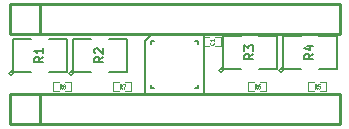
<source format=gto>
G04 (created by PCBNEW (2013-june-11)-stable) date Fri 01 Aug 2014 09:04:51 PM PDT*
%MOIN*%
G04 Gerber Fmt 3.4, Leading zero omitted, Abs format*
%FSLAX34Y34*%
G01*
G70*
G90*
G04 APERTURE LIST*
%ADD10C,0.00590551*%
%ADD11C,0.0059*%
%ADD12C,0.0079*%
%ADD13C,0.005*%
%ADD14C,0.0028*%
%ADD15C,0.01*%
G04 APERTURE END LIST*
G54D10*
G54D11*
X77716Y-48520D02*
X79480Y-48520D01*
X77520Y-48716D02*
X77520Y-50480D01*
X77520Y-48716D02*
X77716Y-48520D01*
G54D12*
X77716Y-48814D02*
X77716Y-48716D01*
X77716Y-48716D02*
X77814Y-48716D01*
X77814Y-50284D02*
X77716Y-50284D01*
X77716Y-50284D02*
X77716Y-50186D01*
X79284Y-50186D02*
X79284Y-50284D01*
X79284Y-50284D02*
X79186Y-50284D01*
X79186Y-48716D02*
X79284Y-48716D01*
X79284Y-48716D02*
X79284Y-48814D01*
G54D11*
X79480Y-50480D02*
X77520Y-50480D01*
X79480Y-48520D02*
X79480Y-50480D01*
G54D13*
X73120Y-49800D02*
G75*
G03X73120Y-49800I-70J0D01*
G74*
G01*
X73700Y-48650D02*
X73100Y-48650D01*
X73100Y-48650D02*
X73100Y-49750D01*
X73100Y-49750D02*
X73700Y-49750D01*
X74300Y-49750D02*
X74900Y-49750D01*
X74900Y-49750D02*
X74900Y-48650D01*
X74900Y-48650D02*
X74300Y-48650D01*
X75120Y-49800D02*
G75*
G03X75120Y-49800I-70J0D01*
G74*
G01*
X75700Y-48650D02*
X75100Y-48650D01*
X75100Y-48650D02*
X75100Y-49750D01*
X75100Y-49750D02*
X75700Y-49750D01*
X76300Y-49750D02*
X76900Y-49750D01*
X76900Y-49750D02*
X76900Y-48650D01*
X76900Y-48650D02*
X76300Y-48650D01*
X80120Y-49700D02*
G75*
G03X80120Y-49700I-70J0D01*
G74*
G01*
X80700Y-48550D02*
X80100Y-48550D01*
X80100Y-48550D02*
X80100Y-49650D01*
X80100Y-49650D02*
X80700Y-49650D01*
X81300Y-49650D02*
X81900Y-49650D01*
X81900Y-49650D02*
X81900Y-48550D01*
X81900Y-48550D02*
X81300Y-48550D01*
X82120Y-49700D02*
G75*
G03X82120Y-49700I-70J0D01*
G74*
G01*
X82700Y-48550D02*
X82100Y-48550D01*
X82100Y-48550D02*
X82100Y-49650D01*
X82100Y-49650D02*
X82700Y-49650D01*
X83300Y-49650D02*
X83900Y-49650D01*
X83900Y-49650D02*
X83900Y-48550D01*
X83900Y-48550D02*
X83300Y-48550D01*
G54D14*
X79650Y-48600D02*
X79450Y-48600D01*
X79450Y-48600D02*
X79450Y-48900D01*
X79450Y-48900D02*
X79650Y-48900D01*
X79850Y-48600D02*
X80050Y-48600D01*
X80050Y-48600D02*
X80050Y-48900D01*
X80050Y-48900D02*
X79850Y-48900D01*
G54D15*
X74000Y-48500D02*
X84000Y-48500D01*
X84000Y-48500D02*
X84000Y-47500D01*
X84000Y-47500D02*
X74000Y-47500D01*
X73000Y-48500D02*
X73000Y-47500D01*
X73000Y-47500D02*
X74000Y-47500D01*
X74000Y-47500D02*
X74000Y-48500D01*
X74000Y-48500D02*
X73000Y-48500D01*
X74000Y-51500D02*
X84000Y-51500D01*
X84000Y-51500D02*
X84000Y-50500D01*
X84000Y-50500D02*
X74000Y-50500D01*
X73000Y-51500D02*
X73000Y-50500D01*
X73000Y-50500D02*
X74000Y-50500D01*
X74000Y-50500D02*
X74000Y-51500D01*
X74000Y-51500D02*
X73000Y-51500D01*
G54D14*
X83150Y-50100D02*
X82950Y-50100D01*
X82950Y-50100D02*
X82950Y-50400D01*
X82950Y-50400D02*
X83150Y-50400D01*
X83350Y-50100D02*
X83550Y-50100D01*
X83550Y-50100D02*
X83550Y-50400D01*
X83550Y-50400D02*
X83350Y-50400D01*
X81150Y-50100D02*
X80950Y-50100D01*
X80950Y-50100D02*
X80950Y-50400D01*
X80950Y-50400D02*
X81150Y-50400D01*
X81350Y-50100D02*
X81550Y-50100D01*
X81550Y-50100D02*
X81550Y-50400D01*
X81550Y-50400D02*
X81350Y-50400D01*
X76850Y-50400D02*
X77050Y-50400D01*
X77050Y-50400D02*
X77050Y-50100D01*
X77050Y-50100D02*
X76850Y-50100D01*
X76650Y-50400D02*
X76450Y-50400D01*
X76450Y-50400D02*
X76450Y-50100D01*
X76450Y-50100D02*
X76650Y-50100D01*
X74850Y-50400D02*
X75050Y-50400D01*
X75050Y-50400D02*
X75050Y-50100D01*
X75050Y-50100D02*
X74850Y-50100D01*
X74650Y-50400D02*
X74450Y-50400D01*
X74450Y-50400D02*
X74450Y-50100D01*
X74450Y-50100D02*
X74650Y-50100D01*
G54D13*
X74121Y-49250D02*
X73978Y-49350D01*
X74121Y-49421D02*
X73821Y-49421D01*
X73821Y-49307D01*
X73835Y-49278D01*
X73850Y-49264D01*
X73878Y-49250D01*
X73921Y-49250D01*
X73950Y-49264D01*
X73964Y-49278D01*
X73978Y-49307D01*
X73978Y-49421D01*
X74121Y-48964D02*
X74121Y-49135D01*
X74121Y-49050D02*
X73821Y-49050D01*
X73864Y-49078D01*
X73892Y-49107D01*
X73907Y-49135D01*
X76121Y-49250D02*
X75978Y-49350D01*
X76121Y-49421D02*
X75821Y-49421D01*
X75821Y-49307D01*
X75835Y-49278D01*
X75850Y-49264D01*
X75878Y-49250D01*
X75921Y-49250D01*
X75950Y-49264D01*
X75964Y-49278D01*
X75978Y-49307D01*
X75978Y-49421D01*
X75850Y-49135D02*
X75835Y-49121D01*
X75821Y-49092D01*
X75821Y-49021D01*
X75835Y-48992D01*
X75850Y-48978D01*
X75878Y-48964D01*
X75907Y-48964D01*
X75950Y-48978D01*
X76121Y-49150D01*
X76121Y-48964D01*
X81121Y-49150D02*
X80978Y-49250D01*
X81121Y-49321D02*
X80821Y-49321D01*
X80821Y-49207D01*
X80835Y-49178D01*
X80850Y-49164D01*
X80878Y-49150D01*
X80921Y-49150D01*
X80950Y-49164D01*
X80964Y-49178D01*
X80978Y-49207D01*
X80978Y-49321D01*
X80821Y-49050D02*
X80821Y-48864D01*
X80935Y-48964D01*
X80935Y-48921D01*
X80950Y-48892D01*
X80964Y-48878D01*
X80992Y-48864D01*
X81064Y-48864D01*
X81092Y-48878D01*
X81107Y-48892D01*
X81121Y-48921D01*
X81121Y-49007D01*
X81107Y-49035D01*
X81092Y-49050D01*
X83121Y-49150D02*
X82978Y-49250D01*
X83121Y-49321D02*
X82821Y-49321D01*
X82821Y-49207D01*
X82835Y-49178D01*
X82850Y-49164D01*
X82878Y-49150D01*
X82921Y-49150D01*
X82950Y-49164D01*
X82964Y-49178D01*
X82978Y-49207D01*
X82978Y-49321D01*
X82921Y-48892D02*
X83121Y-48892D01*
X82807Y-48964D02*
X83021Y-49035D01*
X83021Y-48850D01*
G54D14*
X79792Y-48770D02*
X79799Y-48775D01*
X79805Y-48792D01*
X79805Y-48804D01*
X79799Y-48821D01*
X79786Y-48832D01*
X79773Y-48838D01*
X79746Y-48844D01*
X79727Y-48844D01*
X79700Y-48838D01*
X79687Y-48832D01*
X79674Y-48821D01*
X79667Y-48804D01*
X79667Y-48792D01*
X79674Y-48775D01*
X79681Y-48770D01*
X79805Y-48655D02*
X79805Y-48724D01*
X79805Y-48690D02*
X79667Y-48690D01*
X79687Y-48701D01*
X79700Y-48712D01*
X79707Y-48724D01*
X83230Y-50305D02*
X83190Y-50240D01*
X83161Y-50305D02*
X83161Y-50167D01*
X83207Y-50167D01*
X83218Y-50174D01*
X83224Y-50181D01*
X83230Y-50194D01*
X83230Y-50213D01*
X83224Y-50227D01*
X83218Y-50233D01*
X83207Y-50240D01*
X83161Y-50240D01*
X83338Y-50167D02*
X83281Y-50167D01*
X83275Y-50233D01*
X83281Y-50227D01*
X83292Y-50220D01*
X83321Y-50220D01*
X83332Y-50227D01*
X83338Y-50233D01*
X83344Y-50246D01*
X83344Y-50279D01*
X83338Y-50292D01*
X83332Y-50299D01*
X83321Y-50305D01*
X83292Y-50305D01*
X83281Y-50299D01*
X83275Y-50292D01*
X81230Y-50305D02*
X81190Y-50240D01*
X81161Y-50305D02*
X81161Y-50167D01*
X81207Y-50167D01*
X81218Y-50174D01*
X81224Y-50181D01*
X81230Y-50194D01*
X81230Y-50213D01*
X81224Y-50227D01*
X81218Y-50233D01*
X81207Y-50240D01*
X81161Y-50240D01*
X81332Y-50167D02*
X81310Y-50167D01*
X81298Y-50174D01*
X81292Y-50181D01*
X81281Y-50200D01*
X81275Y-50227D01*
X81275Y-50279D01*
X81281Y-50292D01*
X81287Y-50299D01*
X81298Y-50305D01*
X81321Y-50305D01*
X81332Y-50299D01*
X81338Y-50292D01*
X81344Y-50279D01*
X81344Y-50246D01*
X81338Y-50233D01*
X81332Y-50227D01*
X81321Y-50220D01*
X81298Y-50220D01*
X81287Y-50227D01*
X81281Y-50233D01*
X81275Y-50246D01*
X76730Y-50305D02*
X76690Y-50240D01*
X76661Y-50305D02*
X76661Y-50167D01*
X76707Y-50167D01*
X76718Y-50174D01*
X76724Y-50181D01*
X76730Y-50194D01*
X76730Y-50213D01*
X76724Y-50227D01*
X76718Y-50233D01*
X76707Y-50240D01*
X76661Y-50240D01*
X76770Y-50167D02*
X76850Y-50167D01*
X76798Y-50305D01*
X74730Y-50305D02*
X74690Y-50240D01*
X74661Y-50305D02*
X74661Y-50167D01*
X74707Y-50167D01*
X74718Y-50174D01*
X74724Y-50181D01*
X74730Y-50194D01*
X74730Y-50213D01*
X74724Y-50227D01*
X74718Y-50233D01*
X74707Y-50240D01*
X74661Y-50240D01*
X74798Y-50227D02*
X74787Y-50220D01*
X74781Y-50213D01*
X74775Y-50200D01*
X74775Y-50194D01*
X74781Y-50181D01*
X74787Y-50174D01*
X74798Y-50167D01*
X74821Y-50167D01*
X74832Y-50174D01*
X74838Y-50181D01*
X74844Y-50194D01*
X74844Y-50200D01*
X74838Y-50213D01*
X74832Y-50220D01*
X74821Y-50227D01*
X74798Y-50227D01*
X74787Y-50233D01*
X74781Y-50240D01*
X74775Y-50253D01*
X74775Y-50279D01*
X74781Y-50292D01*
X74787Y-50299D01*
X74798Y-50305D01*
X74821Y-50305D01*
X74832Y-50299D01*
X74838Y-50292D01*
X74844Y-50279D01*
X74844Y-50253D01*
X74838Y-50240D01*
X74832Y-50233D01*
X74821Y-50227D01*
M02*

</source>
